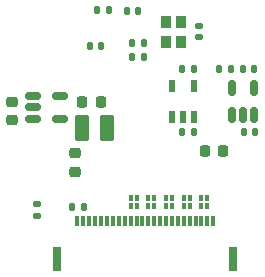
<source format=gbr>
%TF.GenerationSoftware,KiCad,Pcbnew,9.0.0*%
%TF.CreationDate,2025-03-16T17:44:07+09:00*%
%TF.ProjectId,imx219_mipi24,696d7832-3139-45f6-9d69-706932342e6b,rev?*%
%TF.SameCoordinates,Original*%
%TF.FileFunction,Paste,Bot*%
%TF.FilePolarity,Positive*%
%FSLAX46Y46*%
G04 Gerber Fmt 4.6, Leading zero omitted, Abs format (unit mm)*
G04 Created by KiCad (PCBNEW 9.0.0) date 2025-03-16 17:44:07*
%MOMM*%
%LPD*%
G01*
G04 APERTURE LIST*
G04 Aperture macros list*
%AMRoundRect*
0 Rectangle with rounded corners*
0 $1 Rounding radius*
0 $2 $3 $4 $5 $6 $7 $8 $9 X,Y pos of 4 corners*
0 Add a 4 corners polygon primitive as box body*
4,1,4,$2,$3,$4,$5,$6,$7,$8,$9,$2,$3,0*
0 Add four circle primitives for the rounded corners*
1,1,$1+$1,$2,$3*
1,1,$1+$1,$4,$5*
1,1,$1+$1,$6,$7*
1,1,$1+$1,$8,$9*
0 Add four rect primitives between the rounded corners*
20,1,$1+$1,$2,$3,$4,$5,0*
20,1,$1+$1,$4,$5,$6,$7,0*
20,1,$1+$1,$6,$7,$8,$9,0*
20,1,$1+$1,$8,$9,$2,$3,0*%
G04 Aperture macros list end*
%ADD10RoundRect,0.135000X0.135000X0.185000X-0.135000X0.185000X-0.135000X-0.185000X0.135000X-0.185000X0*%
%ADD11RoundRect,0.150000X0.150000X-0.512500X0.150000X0.512500X-0.150000X0.512500X-0.150000X-0.512500X0*%
%ADD12RoundRect,0.140000X0.140000X0.170000X-0.140000X0.170000X-0.140000X-0.170000X0.140000X-0.170000X0*%
%ADD13RoundRect,0.135000X0.185000X-0.135000X0.185000X0.135000X-0.185000X0.135000X-0.185000X-0.135000X0*%
%ADD14R,0.330200X0.609600*%
%ADD15RoundRect,0.218750X-0.256250X0.218750X-0.256250X-0.218750X0.256250X-0.218750X0.256250X0.218750X0*%
%ADD16R,0.500000X1.005599*%
%ADD17R,0.800000X2.000000*%
%ADD18R,0.300000X0.850000*%
%ADD19RoundRect,0.140000X-0.170000X0.140000X-0.170000X-0.140000X0.170000X-0.140000X0.170000X0.140000X0*%
%ADD20RoundRect,0.225000X0.250000X-0.225000X0.250000X0.225000X-0.250000X0.225000X-0.250000X-0.225000X0*%
%ADD21R,0.900000X1.100000*%
%ADD22RoundRect,0.225000X0.225000X0.250000X-0.225000X0.250000X-0.225000X-0.250000X0.225000X-0.250000X0*%
%ADD23RoundRect,0.218750X0.218750X0.256250X-0.218750X0.256250X-0.218750X-0.256250X0.218750X-0.256250X0*%
%ADD24RoundRect,0.250000X-0.375000X-0.850000X0.375000X-0.850000X0.375000X0.850000X-0.375000X0.850000X0*%
%ADD25RoundRect,0.150000X-0.512500X-0.150000X0.512500X-0.150000X0.512500X0.150000X-0.512500X0.150000X0*%
G04 APERTURE END LIST*
D10*
%TO.C,R1*%
X149910000Y-92050000D03*
X148890000Y-92050000D03*
%TD*%
D11*
%TO.C,U1*%
X159200000Y-98137500D03*
X158250000Y-98137500D03*
X157300000Y-98137500D03*
X157300000Y-95862500D03*
X159200000Y-95862500D03*
%TD*%
D12*
%TO.C,C2*%
X146880000Y-89250000D03*
X145920000Y-89250000D03*
%TD*%
D13*
%TO.C,R3*%
X140800000Y-106710000D03*
X140800000Y-105690000D03*
%TD*%
D14*
%TO.C,FL4*%
X148750000Y-105144400D03*
X148750000Y-105855600D03*
X149250000Y-105855600D03*
X149250000Y-105144400D03*
%TD*%
D15*
%TO.C,FB2*%
X144000000Y-101362500D03*
X144000000Y-102937500D03*
%TD*%
D14*
%TO.C,FL5*%
X150250000Y-105144400D03*
X150250000Y-105855600D03*
X150750000Y-105855600D03*
X150750000Y-105144400D03*
%TD*%
D16*
%TO.C,U2*%
X154150001Y-98352799D03*
X153200000Y-98352799D03*
X152249999Y-98352799D03*
X152249999Y-95647201D03*
X154150001Y-95647201D03*
%TD*%
D17*
%TO.C,J2*%
X157450000Y-110300000D03*
X142550000Y-110300000D03*
D18*
X155750000Y-107125000D03*
X155250000Y-107125000D03*
X154750000Y-107125000D03*
X154250000Y-107125000D03*
X153750000Y-107125000D03*
X153250000Y-107125000D03*
X152750000Y-107125000D03*
X152250000Y-107125000D03*
X151750000Y-107125000D03*
X151250000Y-107125000D03*
X150750000Y-107125000D03*
X150250000Y-107125000D03*
X149750000Y-107125000D03*
X149250000Y-107125000D03*
X148750000Y-107125000D03*
X148250000Y-107125000D03*
X147750000Y-107125000D03*
X147250000Y-107125000D03*
X146750000Y-107125000D03*
X146250000Y-107125000D03*
X145750000Y-107125000D03*
X145250000Y-107125000D03*
X144750000Y-107125000D03*
X144250000Y-107125000D03*
%TD*%
D19*
%TO.C,C8*%
X154550000Y-90570000D03*
X154550000Y-91530000D03*
%TD*%
D14*
%TO.C,FL2*%
X153250000Y-105144400D03*
X153250000Y-105855600D03*
X153750000Y-105855600D03*
X153750000Y-105144400D03*
%TD*%
D10*
%TO.C,R2*%
X149910000Y-93200000D03*
X148890000Y-93200000D03*
%TD*%
D12*
%TO.C,C4*%
X159300000Y-99600000D03*
X158340000Y-99600000D03*
%TD*%
D20*
%TO.C,C10*%
X138700000Y-98575000D03*
X138700000Y-97025000D03*
%TD*%
D14*
%TO.C,FL1*%
X151750000Y-105144400D03*
X151750000Y-105855600D03*
X152250000Y-105855600D03*
X152250000Y-105144400D03*
%TD*%
D12*
%TO.C,C1*%
X149380000Y-89300000D03*
X148420000Y-89300000D03*
%TD*%
%TO.C,C12*%
X157230000Y-94250000D03*
X156270000Y-94250000D03*
%TD*%
D21*
%TO.C,X1*%
X153050000Y-90250000D03*
X153050000Y-91950000D03*
X151750000Y-91950000D03*
X151750000Y-90250000D03*
%TD*%
D22*
%TO.C,C11*%
X146225000Y-97050000D03*
X144675000Y-97050000D03*
%TD*%
D12*
%TO.C,C9*%
X144780000Y-105900000D03*
X143820000Y-105900000D03*
%TD*%
D23*
%TO.C,FB1*%
X156600000Y-101200000D03*
X155025000Y-101200000D03*
%TD*%
D12*
%TO.C,C6*%
X159230000Y-94250000D03*
X158270000Y-94250000D03*
%TD*%
D14*
%TO.C,FL3*%
X154750000Y-105144400D03*
X154750000Y-105855600D03*
X155250000Y-105855600D03*
X155250000Y-105144400D03*
%TD*%
D24*
%TO.C,L1*%
X144625000Y-99250000D03*
X146775000Y-99250000D03*
%TD*%
D12*
%TO.C,C3*%
X146280000Y-92300000D03*
X145320000Y-92300000D03*
%TD*%
%TO.C,C7*%
X154080000Y-94250000D03*
X153120000Y-94250000D03*
%TD*%
%TO.C,C5*%
X154080000Y-99600000D03*
X153120000Y-99600000D03*
%TD*%
D25*
%TO.C,U3*%
X140462500Y-98450000D03*
X140462500Y-97500000D03*
X140462500Y-96550000D03*
X142737500Y-96550000D03*
X142737500Y-98450000D03*
%TD*%
M02*

</source>
